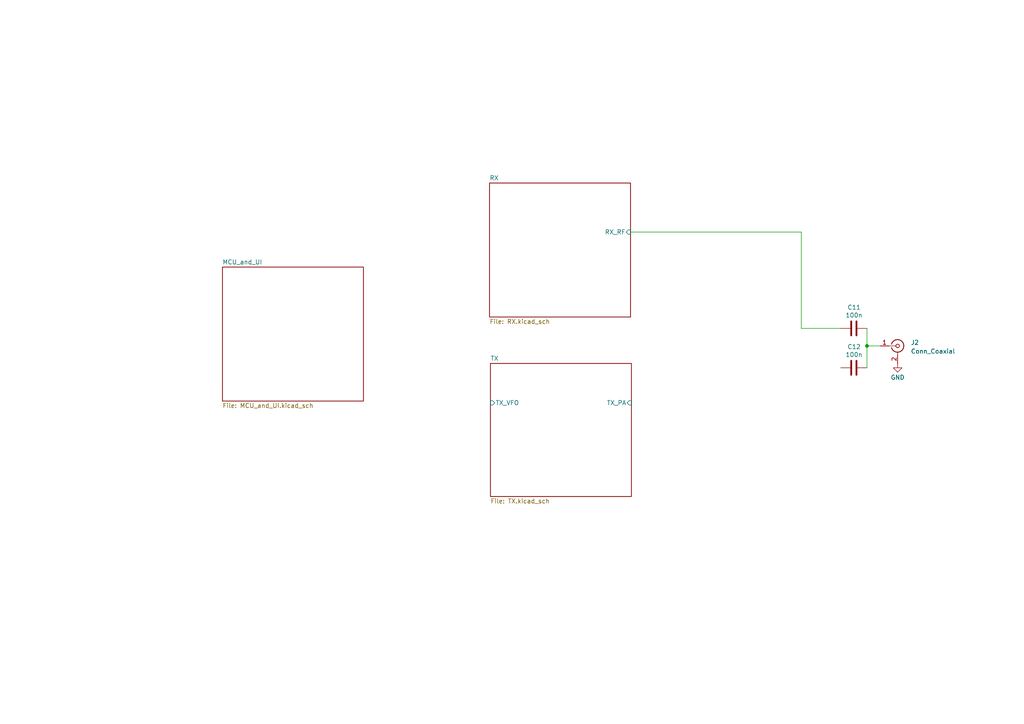
<source format=kicad_sch>
(kicad_sch
	(version 20231120)
	(generator "eeschema")
	(generator_version "8.0")
	(uuid "97fa5a9e-fea2-40ae-976c-23c41ffbf522")
	(paper "A4")
	(lib_symbols
		(symbol "Connector:Conn_Coaxial"
			(pin_names
				(offset 1.016) hide)
			(exclude_from_sim no)
			(in_bom yes)
			(on_board yes)
			(property "Reference" "J"
				(at 0.254 3.048 0)
				(effects
					(font
						(size 1.27 1.27)
					)
				)
			)
			(property "Value" "Conn_Coaxial"
				(at 2.921 0 90)
				(effects
					(font
						(size 1.27 1.27)
					)
				)
			)
			(property "Footprint" ""
				(at 0 0 0)
				(effects
					(font
						(size 1.27 1.27)
					)
					(hide yes)
				)
			)
			(property "Datasheet" "~"
				(at 0 0 0)
				(effects
					(font
						(size 1.27 1.27)
					)
					(hide yes)
				)
			)
			(property "Description" "coaxial connector (BNC, SMA, SMB, SMC, Cinch/RCA, LEMO, ...)"
				(at 0 0 0)
				(effects
					(font
						(size 1.27 1.27)
					)
					(hide yes)
				)
			)
			(property "ki_keywords" "BNC SMA SMB SMC LEMO coaxial connector CINCH RCA MCX MMCX U.FL UMRF"
				(at 0 0 0)
				(effects
					(font
						(size 1.27 1.27)
					)
					(hide yes)
				)
			)
			(property "ki_fp_filters" "*BNC* *SMA* *SMB* *SMC* *Cinch* *LEMO* *UMRF* *MCX* *U.FL*"
				(at 0 0 0)
				(effects
					(font
						(size 1.27 1.27)
					)
					(hide yes)
				)
			)
			(symbol "Conn_Coaxial_0_1"
				(arc
					(start -1.778 -0.508)
					(mid 0.2311 -1.8066)
					(end 1.778 0)
					(stroke
						(width 0.254)
						(type default)
					)
					(fill
						(type none)
					)
				)
				(polyline
					(pts
						(xy -2.54 0) (xy -0.508 0)
					)
					(stroke
						(width 0)
						(type default)
					)
					(fill
						(type none)
					)
				)
				(polyline
					(pts
						(xy 0 -2.54) (xy 0 -1.778)
					)
					(stroke
						(width 0)
						(type default)
					)
					(fill
						(type none)
					)
				)
				(circle
					(center 0 0)
					(radius 0.508)
					(stroke
						(width 0.2032)
						(type default)
					)
					(fill
						(type none)
					)
				)
				(arc
					(start 1.778 0)
					(mid 0.2099 1.8101)
					(end -1.778 0.508)
					(stroke
						(width 0.254)
						(type default)
					)
					(fill
						(type none)
					)
				)
			)
			(symbol "Conn_Coaxial_1_1"
				(pin passive line
					(at -5.08 0 0)
					(length 2.54)
					(name "In"
						(effects
							(font
								(size 1.27 1.27)
							)
						)
					)
					(number "1"
						(effects
							(font
								(size 1.27 1.27)
							)
						)
					)
				)
				(pin passive line
					(at 0 -5.08 90)
					(length 2.54)
					(name "Ext"
						(effects
							(font
								(size 1.27 1.27)
							)
						)
					)
					(number "2"
						(effects
							(font
								(size 1.27 1.27)
							)
						)
					)
				)
			)
		)
		(symbol "Device:C"
			(pin_numbers hide)
			(pin_names
				(offset 0.254)
			)
			(exclude_from_sim no)
			(in_bom yes)
			(on_board yes)
			(property "Reference" "C"
				(at 0.635 2.54 0)
				(effects
					(font
						(size 1.27 1.27)
					)
					(justify left)
				)
			)
			(property "Value" "C"
				(at 0.635 -2.54 0)
				(effects
					(font
						(size 1.27 1.27)
					)
					(justify left)
				)
			)
			(property "Footprint" ""
				(at 0.9652 -3.81 0)
				(effects
					(font
						(size 1.27 1.27)
					)
					(hide yes)
				)
			)
			(property "Datasheet" "~"
				(at 0 0 0)
				(effects
					(font
						(size 1.27 1.27)
					)
					(hide yes)
				)
			)
			(property "Description" "Unpolarized capacitor"
				(at 0 0 0)
				(effects
					(font
						(size 1.27 1.27)
					)
					(hide yes)
				)
			)
			(property "ki_keywords" "cap capacitor"
				(at 0 0 0)
				(effects
					(font
						(size 1.27 1.27)
					)
					(hide yes)
				)
			)
			(property "ki_fp_filters" "C_*"
				(at 0 0 0)
				(effects
					(font
						(size 1.27 1.27)
					)
					(hide yes)
				)
			)
			(symbol "C_0_1"
				(polyline
					(pts
						(xy -2.032 -0.762) (xy 2.032 -0.762)
					)
					(stroke
						(width 0.508)
						(type default)
					)
					(fill
						(type none)
					)
				)
				(polyline
					(pts
						(xy -2.032 0.762) (xy 2.032 0.762)
					)
					(stroke
						(width 0.508)
						(type default)
					)
					(fill
						(type none)
					)
				)
			)
			(symbol "C_1_1"
				(pin passive line
					(at 0 3.81 270)
					(length 2.794)
					(name "~"
						(effects
							(font
								(size 1.27 1.27)
							)
						)
					)
					(number "1"
						(effects
							(font
								(size 1.27 1.27)
							)
						)
					)
				)
				(pin passive line
					(at 0 -3.81 90)
					(length 2.794)
					(name "~"
						(effects
							(font
								(size 1.27 1.27)
							)
						)
					)
					(number "2"
						(effects
							(font
								(size 1.27 1.27)
							)
						)
					)
				)
			)
		)
		(symbol "power:GND"
			(power)
			(pin_numbers hide)
			(pin_names
				(offset 0) hide)
			(exclude_from_sim no)
			(in_bom yes)
			(on_board yes)
			(property "Reference" "#PWR"
				(at 0 -6.35 0)
				(effects
					(font
						(size 1.27 1.27)
					)
					(hide yes)
				)
			)
			(property "Value" "GND"
				(at 0 -3.81 0)
				(effects
					(font
						(size 1.27 1.27)
					)
				)
			)
			(property "Footprint" ""
				(at 0 0 0)
				(effects
					(font
						(size 1.27 1.27)
					)
					(hide yes)
				)
			)
			(property "Datasheet" ""
				(at 0 0 0)
				(effects
					(font
						(size 1.27 1.27)
					)
					(hide yes)
				)
			)
			(property "Description" "Power symbol creates a global label with name \"GND\" , ground"
				(at 0 0 0)
				(effects
					(font
						(size 1.27 1.27)
					)
					(hide yes)
				)
			)
			(property "ki_keywords" "global power"
				(at 0 0 0)
				(effects
					(font
						(size 1.27 1.27)
					)
					(hide yes)
				)
			)
			(symbol "GND_0_1"
				(polyline
					(pts
						(xy 0 0) (xy 0 -1.27) (xy 1.27 -1.27) (xy 0 -2.54) (xy -1.27 -1.27) (xy 0 -1.27)
					)
					(stroke
						(width 0)
						(type default)
					)
					(fill
						(type none)
					)
				)
			)
			(symbol "GND_1_1"
				(pin power_in line
					(at 0 0 270)
					(length 0)
					(name "~"
						(effects
							(font
								(size 1.27 1.27)
							)
						)
					)
					(number "1"
						(effects
							(font
								(size 1.27 1.27)
							)
						)
					)
				)
			)
		)
	)
	(junction
		(at 251.46 100.33)
		(diameter 0)
		(color 0 0 0 0)
		(uuid "79397fb3-6bb2-4cf3-9da4-37ddf981c071")
	)
	(wire
		(pts
			(xy 251.46 100.33) (xy 251.46 106.68)
		)
		(stroke
			(width 0)
			(type default)
		)
		(uuid "265a89dd-8c69-4fa7-a474-b26643908bee")
	)
	(wire
		(pts
			(xy 182.88 67.31) (xy 232.41 67.31)
		)
		(stroke
			(width 0)
			(type default)
		)
		(uuid "470f417a-fda4-4e76-8972-6e818bb1bd63")
	)
	(wire
		(pts
			(xy 232.41 67.31) (xy 232.41 95.25)
		)
		(stroke
			(width 0)
			(type default)
		)
		(uuid "513263b8-f98c-4aa5-8a62-ac379f758bec")
	)
	(wire
		(pts
			(xy 232.41 95.25) (xy 243.84 95.25)
		)
		(stroke
			(width 0)
			(type default)
		)
		(uuid "7ef725c5-72db-4aa6-9216-f2f4ce224fad")
	)
	(wire
		(pts
			(xy 255.27 100.33) (xy 251.46 100.33)
		)
		(stroke
			(width 0)
			(type default)
		)
		(uuid "dd40ee3e-45cf-4f67-88ba-28953e42ce55")
	)
	(wire
		(pts
			(xy 251.46 100.33) (xy 251.46 95.25)
		)
		(stroke
			(width 0)
			(type default)
		)
		(uuid "e43dfca9-efd9-470c-a2a8-6067107e143f")
	)
	(symbol
		(lib_id "Connector:Conn_Coaxial")
		(at 260.35 100.33 0)
		(unit 1)
		(exclude_from_sim no)
		(in_bom yes)
		(on_board yes)
		(dnp no)
		(fields_autoplaced yes)
		(uuid "6b46d0d9-4b57-4997-aae5-f45e00dc43e6")
		(property "Reference" "J2"
			(at 264.16 99.3531 0)
			(effects
				(font
					(size 1.27 1.27)
				)
				(justify left)
			)
		)
		(property "Value" "Conn_Coaxial"
			(at 264.16 101.8931 0)
			(effects
				(font
					(size 1.27 1.27)
				)
				(justify left)
			)
		)
		(property "Footprint" ""
			(at 260.35 100.33 0)
			(effects
				(font
					(size 1.27 1.27)
				)
				(hide yes)
			)
		)
		(property "Datasheet" "~"
			(at 260.35 100.33 0)
			(effects
				(font
					(size 1.27 1.27)
				)
				(hide yes)
			)
		)
		(property "Description" "coaxial connector (BNC, SMA, SMB, SMC, Cinch/RCA, LEMO, ...)"
			(at 260.35 100.33 0)
			(effects
				(font
					(size 1.27 1.27)
				)
				(hide yes)
			)
		)
		(pin "2"
			(uuid "4fddc4dd-8ac9-4db3-88a9-6e6e10a7ad4f")
		)
		(pin "1"
			(uuid "bd37f7d4-2936-463c-97a0-91ca2c7291d4")
		)
		(instances
			(project ""
				(path "/97fa5a9e-fea2-40ae-976c-23c41ffbf522"
					(reference "J2")
					(unit 1)
				)
			)
		)
	)
	(symbol
		(lib_id "power:GND")
		(at 260.35 105.41 0)
		(unit 1)
		(exclude_from_sim no)
		(in_bom yes)
		(on_board yes)
		(dnp no)
		(uuid "d484217d-e97a-40f6-95d8-eaef43db8110")
		(property "Reference" "#PWR012"
			(at 260.35 111.76 0)
			(effects
				(font
					(size 1.27 1.27)
				)
				(hide yes)
			)
		)
		(property "Value" "GND"
			(at 260.35 109.474 0)
			(effects
				(font
					(size 1.27 1.27)
				)
			)
		)
		(property "Footprint" ""
			(at 260.35 105.41 0)
			(effects
				(font
					(size 1.27 1.27)
				)
				(hide yes)
			)
		)
		(property "Datasheet" ""
			(at 260.35 105.41 0)
			(effects
				(font
					(size 1.27 1.27)
				)
				(hide yes)
			)
		)
		(property "Description" "Power symbol creates a global label with name \"GND\" , ground"
			(at 260.35 105.41 0)
			(effects
				(font
					(size 1.27 1.27)
				)
				(hide yes)
			)
		)
		(pin "1"
			(uuid "66dd3d99-c8fe-4686-bd9d-cb2053d31319")
		)
		(instances
			(project "summit_scourer"
				(path "/97fa5a9e-fea2-40ae-976c-23c41ffbf522"
					(reference "#PWR012")
					(unit 1)
				)
			)
		)
	)
	(symbol
		(lib_id "Device:C")
		(at 247.65 95.25 90)
		(mirror x)
		(unit 1)
		(exclude_from_sim no)
		(in_bom yes)
		(on_board yes)
		(dnp no)
		(uuid "d5c87684-4146-4d4c-b46e-6a242b966d8e")
		(property "Reference" "C11"
			(at 249.682 89.154 90)
			(effects
				(font
					(size 1.27 1.27)
				)
				(justify left)
			)
		)
		(property "Value" "100n"
			(at 250.19 91.44 90)
			(effects
				(font
					(size 1.27 1.27)
				)
				(justify left)
			)
		)
		(property "Footprint" "Capacitor_SMD:C_0504_1310Metric_Pad0.83x1.28mm_HandSolder"
			(at 251.46 96.2152 0)
			(effects
				(font
					(size 1.27 1.27)
				)
				(hide yes)
			)
		)
		(property "Datasheet" "~"
			(at 247.65 95.25 0)
			(effects
				(font
					(size 1.27 1.27)
				)
				(hide yes)
			)
		)
		(property "Description" "Unpolarized capacitor"
			(at 247.65 95.25 0)
			(effects
				(font
					(size 1.27 1.27)
				)
				(hide yes)
			)
		)
		(pin "1"
			(uuid "56300928-a97c-4463-81ee-44c7313efde8")
		)
		(pin "2"
			(uuid "41b261c6-6a8a-4f07-aa20-803d1b3105e5")
		)
		(instances
			(project "summit_scourer"
				(path "/97fa5a9e-fea2-40ae-976c-23c41ffbf522"
					(reference "C11")
					(unit 1)
				)
			)
		)
	)
	(symbol
		(lib_id "Device:C")
		(at 247.65 106.68 90)
		(mirror x)
		(unit 1)
		(exclude_from_sim no)
		(in_bom yes)
		(on_board yes)
		(dnp no)
		(uuid "f833e180-5ce7-4b1b-9520-660bd441b04e")
		(property "Reference" "C12"
			(at 249.682 100.584 90)
			(effects
				(font
					(size 1.27 1.27)
				)
				(justify left)
			)
		)
		(property "Value" "100n"
			(at 250.19 102.87 90)
			(effects
				(font
					(size 1.27 1.27)
				)
				(justify left)
			)
		)
		(property "Footprint" "Capacitor_SMD:C_0504_1310Metric_Pad0.83x1.28mm_HandSolder"
			(at 251.46 107.6452 0)
			(effects
				(font
					(size 1.27 1.27)
				)
				(hide yes)
			)
		)
		(property "Datasheet" "~"
			(at 247.65 106.68 0)
			(effects
				(font
					(size 1.27 1.27)
				)
				(hide yes)
			)
		)
		(property "Description" "Unpolarized capacitor"
			(at 247.65 106.68 0)
			(effects
				(font
					(size 1.27 1.27)
				)
				(hide yes)
			)
		)
		(pin "1"
			(uuid "c8e2e232-9b0e-4791-af94-9605bafbd556")
		)
		(pin "2"
			(uuid "2c06e7f9-eb2a-4dca-80f6-ace1ec55fbe8")
		)
		(instances
			(project "summit_scourer"
				(path "/97fa5a9e-fea2-40ae-976c-23c41ffbf522"
					(reference "C12")
					(unit 1)
				)
			)
		)
	)
	(sheet
		(at 141.986 53.086)
		(size 40.894 38.862)
		(fields_autoplaced yes)
		(stroke
			(width 0.1524)
			(type solid)
		)
		(fill
			(color 0 0 0 0.0000)
		)
		(uuid "80025feb-5619-4de4-bda2-2c6e3934e4ae")
		(property "Sheetname" "RX"
			(at 141.986 52.3744 0)
			(effects
				(font
					(size 1.27 1.27)
				)
				(justify left bottom)
			)
		)
		(property "Sheetfile" "RX.kicad_sch"
			(at 141.986 92.5326 0)
			(effects
				(font
					(size 1.27 1.27)
				)
				(justify left top)
			)
		)
		(pin "RX_RF" input
			(at 182.88 67.31 0)
			(effects
				(font
					(size 1.27 1.27)
				)
				(justify right)
			)
			(uuid "c677855c-97fd-4f58-8e79-39fc0508c06f")
		)
		(instances
			(project "summit_scourer"
				(path "/97fa5a9e-fea2-40ae-976c-23c41ffbf522"
					(page "3")
				)
			)
		)
	)
	(sheet
		(at 64.516 77.47)
		(size 40.894 38.862)
		(fields_autoplaced yes)
		(stroke
			(width 0.1524)
			(type solid)
		)
		(fill
			(color 0 0 0 0.0000)
		)
		(uuid "9c59661f-2506-4efd-9bc6-e2f1b812693d")
		(property "Sheetname" "MCU_and_UI"
			(at 64.516 76.7584 0)
			(effects
				(font
					(size 1.27 1.27)
				)
				(justify left bottom)
			)
		)
		(property "Sheetfile" "MCU_and_UI.kicad_sch"
			(at 64.516 116.9166 0)
			(effects
				(font
					(size 1.27 1.27)
				)
				(justify left top)
			)
		)
		(instances
			(project "summit_scourer"
				(path "/97fa5a9e-fea2-40ae-976c-23c41ffbf522"
					(page "2")
				)
			)
		)
	)
	(sheet
		(at 142.24 105.41)
		(size 40.894 38.608)
		(fields_autoplaced yes)
		(stroke
			(width 0.1524)
			(type solid)
		)
		(fill
			(color 0 0 0 0.0000)
		)
		(uuid "ca0b4637-7833-41cb-9c23-66bdf9156fd1")
		(property "Sheetname" "TX"
			(at 142.24 104.6984 0)
			(effects
				(font
					(size 1.27 1.27)
				)
				(justify left bottom)
			)
		)
		(property "Sheetfile" "TX.kicad_sch"
			(at 142.24 144.6026 0)
			(effects
				(font
					(size 1.27 1.27)
				)
				(justify left top)
			)
		)
		(pin "TX_PA" input
			(at 183.134 116.84 0)
			(effects
				(font
					(size 1.27 1.27)
				)
				(justify right)
			)
			(uuid "e9c4cbd4-c55c-4e66-8f1d-a6d47535ddfe")
		)
		(pin "TX_VFO" input
			(at 142.24 116.84 180)
			(effects
				(font
					(size 1.27 1.27)
				)
				(justify left)
			)
			(uuid "74595b24-839e-43f0-95d1-0a7d68d1a460")
		)
		(instances
			(project "summit_scourer"
				(path "/97fa5a9e-fea2-40ae-976c-23c41ffbf522"
					(page "4")
				)
			)
		)
	)
	(sheet_instances
		(path "/"
			(page "1")
		)
	)
)

</source>
